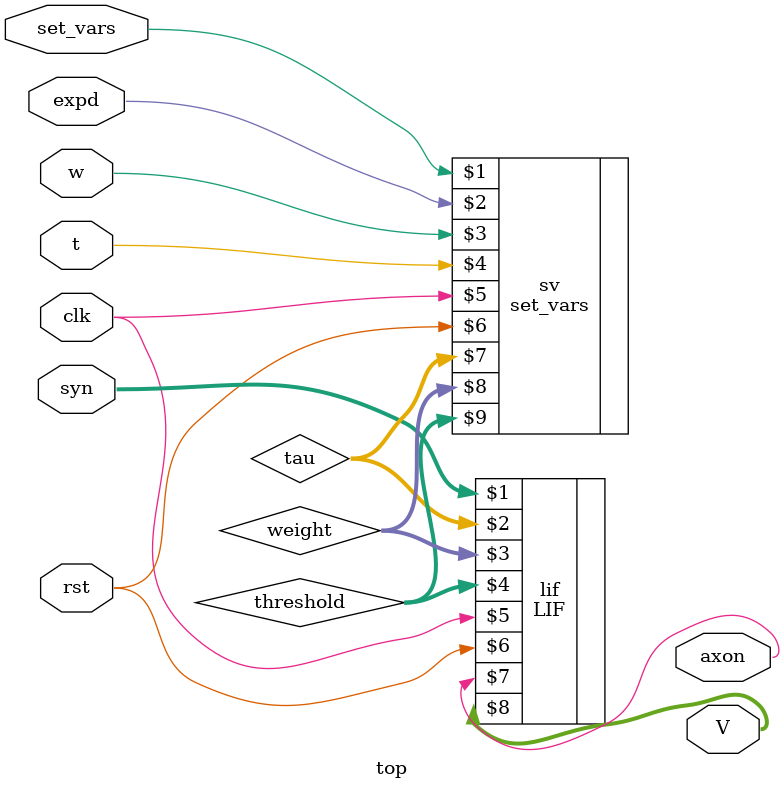
<source format=v>
module top(input set_vars, input [3:0] syn, input expd, input w, input t, input clk, input rst, output axon, output [14:0] V);
    wire [14:0] tau;
    wire [10:0] weight;
    wire [14:0] threshold;
    
    set_vars sv(set_vars, expd, w, t, clk, rst, tau, weight, threshold);
    LIF lif(syn, tau, weight, threshold, clk, rst, axon, V);
    
endmodule
</source>
